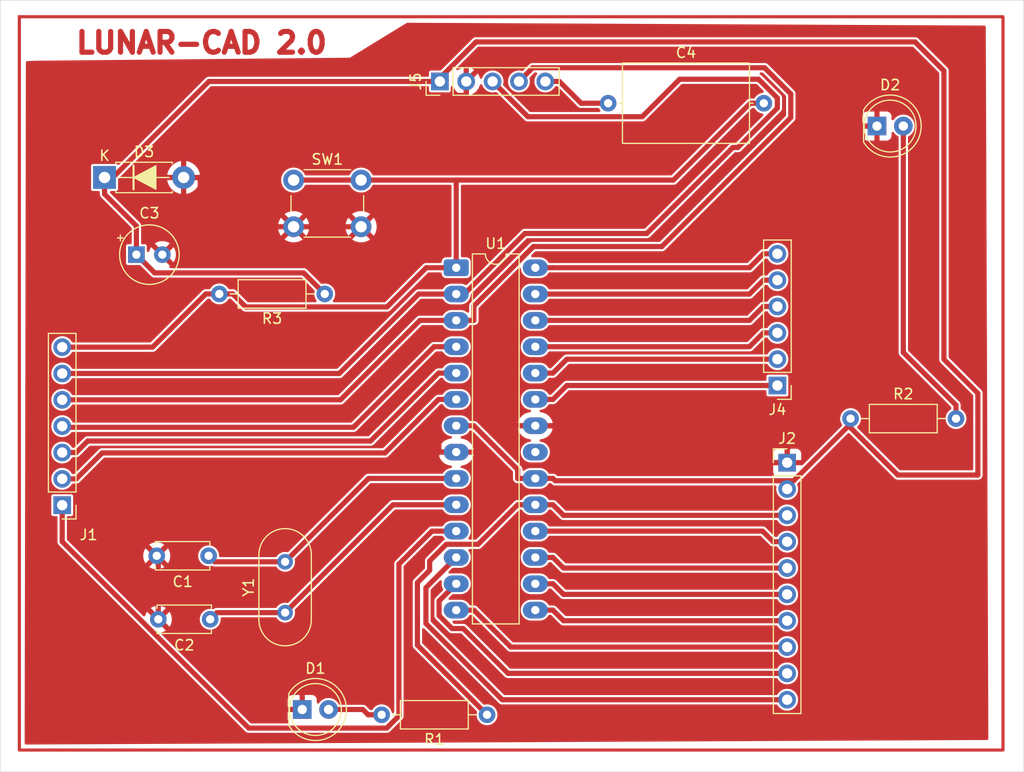
<source format=kicad_pcb>
(kicad_pcb (version 20241229) (generator "pcbnew") (generator_version "9.0")
  (layers (0 "F.Cu" signal) (2 "B.Cu" signal) (13 "F.Paste" user) (15 "B.Paste" user) (5 "F.SilkS" user "F.Silkscreen") (7 "B.SilkS" user "B.Silkscreen") (1 "F.Mask" user) (3 "B.Mask" user) (25 "Edge.Cuts" user))
  (net 0 "")
  (net 1 "Net-(C1-+)")
  (net 2 "GND")
  (net 3 "Net-(C2-+)")
  (net 4 "+5V")
  (net 5 "RTS")
  (net 6 "reset")
  (net 7 "Net-(R1--)")
  (net 8 "Net-(R2--)")
  (net 9 "Net-(U1-4)")
  (net 10 "Net-(U1-5{slash}PWM)")
  (net 11 "Net-(U1-2)")
  (net 12 "Net-(U1-3{slash}PWM)")
  (net 13 "TX")
  (net 14 "RX")
  (net 15 "Net-(U1-12)")
  (net 16 "Net-(U1-6{slash}PWM)")
  (net 17 "Net-(U1-9{slash}PWM)")
  (net 18 "Net-(U1-8)")
  (net 19 "Net-(U1-10{slash}PWM)")
  (net 20 "Net-(U1-7)")
  (net 21 "Net-(U1-11{slash}PWM)")
  (net 22 "Net-(R1-+)")
  (net 23 "Net-(U1-A0)")
  (net 24 "Net-(U1-A2)")
  (net 25 "Net-(U1-SDA{slash}A4)")
  (net 26 "Net-(U1-A1)")
  (net 27 "Net-(U1-A3)")
  (net 28 "Net-(U1-SCL{slash}A5)")
  (footprint "Button_Switch_THT:SW_PUSH_6mm" (layer "F.Cu") (at 136.54 73.47)
    (property "Reference" "SW1" (at 3.25 -2 0) (layer "F.SilkS"))
    (property "Value" "Push_Button")
    (fp_line (start -0.25 1.5) (end -0.25 3) (stroke (width 0.12)) (layer "F.SilkS"))
    (fp_line (start 1 5.5) (end 5.5 5.5) (stroke (width 0.12)) (layer "F.SilkS"))
    (fp_line (start 5.5 -1) (end 1 -1) (stroke (width 0.12)) (layer "F.SilkS"))
    (fp_line (start 6.75 3) (end 6.75 1.5) (stroke (width 0.12)) (layer "F.SilkS"))
    (pad "1" thru_hole circle (at 0 0 90) (size 2 2) (drill 1.1) (layers "*.Cu" "*.Mask") (net 6 "reset"))
    (pad "1" thru_hole circle (at 6.5 0 90) (size 2 2) (drill 1.1) (layers "*.Cu" "*.Mask") (net 6 "reset"))
    (pad "2" thru_hole circle (at 0 4.5 90) (size 2 2) (drill 1.1) (layers "*.Cu" "*.Mask") (net 2 "GND"))
    (pad "2" thru_hole circle (at 6.5 4.5 90) (size 2 2) (drill 1.1) (layers "*.Cu" "*.Mask") (net 2 "GND"))
  )
  (footprint "Package_DIP:DIP-28_W7.62mm_LongPads" (layer "F.Cu") (at 152.21 81.92)
    (property "Reference" "U1" (at 3.81 -2.33 0) (layer "F.SilkS"))
    (property "Value" "Atmega328p-Arduino")
    (fp_line (start 1.56 -1.33) (end 1.56 34.35) (stroke (width 0.12)) (layer "F.SilkS"))
    (fp_line (start 1.56 34.35) (end 6.06 34.35) (stroke (width 0.12)) (layer "F.SilkS"))
    (fp_line (start 2.81 -1.33) (end 1.56 -1.33) (stroke (width 0.12)) (layer "F.SilkS"))
    (fp_line (start 6.06 -1.33) (end 4.81 -1.33) (stroke (width 0.12)) (layer "F.SilkS"))
    (fp_line (start 6.06 34.35) (end 6.06 -1.33) (stroke (width 0.12)) (layer "F.SilkS"))
    (fp_arc (start 4.81 -1.33) (mid 3.81 -0.33) (end 2.81 -1.33) (stroke (width 0.12)) (layer "F.SilkS"))
    (pad "1" thru_hole roundrect (at 0 0) (size 2.4 1.6) (drill 0.8) (layers "*.Cu" "*.Mask") (roundrect_rratio 0.15625) (net 6 "reset"))
    (pad "2" thru_hole oval (at 0 2.54) (size 2.4 1.6) (drill 0.8) (layers "*.Cu" "*.Mask") (net 13 "TX"))
    (pad "3" thru_hole oval (at 0 5.08) (size 2.4 1.6) (drill 0.8) (layers "*.Cu" "*.Mask") (net 14 "RX"))
    (pad "4" thru_hole oval (at 0 7.62) (size 2.4 1.6) (drill 0.8) (layers "*.Cu" "*.Mask") (net 11 "Net-(U1-2)"))
    (pad "5" thru_hole oval (at 0 10.16) (size 2.4 1.6) (drill 0.8) (layers "*.Cu" "*.Mask") (net 12 "Net-(U1-3{slash}PWM)"))
    (pad "6" thru_hole oval (at 0 12.7) (size 2.4 1.6) (drill 0.8) (layers "*.Cu" "*.Mask") (net 9 "Net-(U1-4)"))
    (pad "7" thru_hole oval (at 0 15.24) (size 2.4 1.6) (drill 0.8) (layers "*.Cu" "*.Mask") (net 4 "+5V"))
    (pad "8" thru_hole oval (at 0 17.78) (size 2.4 1.6) (drill 0.8) (layers "*.Cu" "*.Mask") (net 2 "GND"))
    (pad "9" thru_hole oval (at 0 20.32) (size 2.4 1.6) (drill 0.8) (layers "*.Cu" "*.Mask") (net 1 "Net-(C1-+)"))
    (pad "10" thru_hole oval (at 0 22.86) (size 2.4 1.6) (drill 0.8) (layers "*.Cu" "*.Mask") (net 3 "Net-(C2-+)"))
    (pad "11" thru_hole oval (at 0 25.4) (size 2.4 1.6) (drill 0.8) (layers "*.Cu" "*.Mask") (net 10 "Net-(U1-5{slash}PWM)"))
    (pad "12" thru_hole oval (at 0 27.94) (size 2.4 1.6) (drill 0.8) (layers "*.Cu" "*.Mask") (net 16 "Net-(U1-6{slash}PWM)"))
    (pad "13" thru_hole oval (at 0 30.48) (size 2.4 1.6) (drill 0.8) (layers "*.Cu" "*.Mask") (net 20 "Net-(U1-7)"))
    (pad "14" thru_hole oval (at 0 33.02) (size 2.4 1.6) (drill 0.8) (layers "*.Cu" "*.Mask") (net 18 "Net-(U1-8)"))
    (pad "15" thru_hole oval (at 7.62 33.02) (size 2.4 1.6) (drill 0.8) (layers "*.Cu" "*.Mask") (net 17 "Net-(U1-9{slash}PWM)"))
    (pad "16" thru_hole oval (at 7.62 30.48) (size 2.4 1.6) (drill 0.8) (layers "*.Cu" "*.Mask") (net 19 "Net-(U1-10{slash}PWM)"))
    (pad "17" thru_hole oval (at 7.62 27.94) (size 2.4 1.6) (drill 0.8) (layers "*.Cu" "*.Mask") (net 21 "Net-(U1-11{slash}PWM)"))
    (pad "18" thru_hole oval (at 7.62 25.4) (size 2.4 1.6) (drill 0.8) (layers "*.Cu" "*.Mask") (net 15 "Net-(U1-12)"))
    (pad "19" thru_hole oval (at 7.62 22.86) (size 2.4 1.6) (drill 0.8) (layers "*.Cu" "*.Mask") (net 22 "Net-(R1-+)"))
    (pad "20" thru_hole oval (at 7.62 20.32) (size 2.4 1.6) (drill 0.8) (layers "*.Cu" "*.Mask") (net 4 "+5V"))
    (pad "21" thru_hole oval (at 7.62 17.78) (size 2.4 1.6) (drill 0.8) (layers "*.Cu" "*.Mask"))
    (pad "22" thru_hole oval (at 7.62 15.24) (size 2.4 1.6) (drill 0.8) (layers "*.Cu" "*.Mask") (net 2 "GND"))
    (pad "23" thru_hole oval (at 7.62 12.7) (size 2.4 1.6) (drill 0.8) (layers "*.Cu" "*.Mask") (net 23 "Net-(U1-A0)"))
    (pad "24" thru_hole oval (at 7.62 10.16) (size 2.4 1.6) (drill 0.8) (layers "*.Cu" "*.Mask") (net 26 "Net-(U1-A1)"))
    (pad "25" thru_hole oval (at 7.62 7.62) (size 2.4 1.6) (drill 0.8) (layers "*.Cu" "*.Mask") (net 24 "Net-(U1-A2)"))
    (pad "26" thru_hole oval (at 7.62 5.08) (size 2.4 1.6) (drill 0.8) (layers "*.Cu" "*.Mask") (net 27 "Net-(U1-A3)"))
    (pad "27" thru_hole oval (at 7.62 2.54) (size 2.4 1.6) (drill 0.8) (layers "*.Cu" "*.Mask") (net 25 "Net-(U1-SDA{slash}A4)"))
    (pad "28" thru_hole oval (at 7.62 0) (size 2.4 1.6) (drill 0.8) (layers "*.Cu" "*.Mask") (net 28 "Net-(U1-SCL{slash}A5)"))
  )
  (footprint "Resistor_THT:R_Axial_DIN0207_L6.3mm_D2.5mm_P10.16mm_Horizontal" (layer "F.Cu") (at 139.54 84.45 180)
    (property "Reference" "R3" (at 5.08 -2.37 0) (layer "F.SilkS"))
    (property "Value" "10k")
    (fp_line (start 9.12 0) (end 8.35 0) (stroke (width 0.12)) (layer "F.SilkS"))
    (fp_line (start 8.35 1.37) (end 8.35 -1.37) (stroke (width 0.12)) (layer "F.SilkS"))
    (fp_line (start 8.35 -1.37) (end 1.81 -1.37) (stroke (width 0.12)) (layer "F.SilkS"))
    (fp_line (start 1.81 1.37) (end 8.35 1.37) (stroke (width 0.12)) (layer "F.SilkS"))
    (fp_line (start 1.81 -1.37) (end 1.81 1.37) (stroke (width 0.12)) (layer "F.SilkS"))
    (fp_line (start 1.04 0) (end 1.81 0) (stroke (width 0.12)) (layer "F.SilkS"))
    (pad "1" thru_hole circle (at 0 0 180) (size 1.6 1.6) (drill 0.8) (layers "*.Cu" "*.Mask") (net 4 "+5V"))
    (pad "2" thru_hole oval (at 10.16 0 180) (size 1.6 1.6) (drill 0.8) (layers "*.Cu" "*.Mask") (net 6 "reset"))
  )
  (footprint "Connector_PinHeader_2.54mm:PinHeader_1x05_P2.54mm_Vertical" (layer "F.Cu") (at 150.635 63.96 90)
    (property "Reference" "J5" (at 0 -2.33 90) (layer "F.SilkS"))
    (property "Value" "PINHD_1x5_Male")
    (fp_line (start -1.33 -1.33) (end 0 -1.33) (stroke (width 0.12)) (layer "F.SilkS"))
    (fp_line (start -1.33 0) (end -1.33 -1.33) (stroke (width 0.12)) (layer "F.SilkS"))
    (fp_line (start 1.33 1.27) (end 1.33 11.49) (stroke (width 0.12)) (layer "F.SilkS"))
    (fp_line (start -1.33 1.27) (end 1.33 1.27) (stroke (width 0.12)) (layer "F.SilkS"))
    (fp_line (start -1.33 1.27) (end -1.33 11.49) (stroke (width 0.12)) (layer "F.SilkS"))
    (fp_line (start -1.33 11.49) (end 1.33 11.49) (stroke (width 0.12)) (layer "F.SilkS"))
    (pad "1" thru_hole rect (at 0 0 90) (size 1.7 1.7) (drill 1) (layers "*.Cu" "*.Mask") (net 4 "+5V"))
    (pad "2" thru_hole oval (at 0 2.54 90) (size 1.7 1.7) (drill 1) (layers "*.Cu" "*.Mask") (net 2 "GND"))
    (pad "3" thru_hole oval (at 0 5.08 90) (size 1.7 1.7) (drill 1) (layers "*.Cu" "*.Mask") (net 13 "TX"))
    (pad "4" thru_hole oval (at 0 7.62 90) (size 1.7 1.7) (drill 1) (layers "*.Cu" "*.Mask") (net 14 "RX"))
    (pad "5" thru_hole oval (at 0 10.16 90) (size 1.7 1.7) (drill 1) (layers "*.Cu" "*.Mask") (net 5 "RTS"))
  )
  (footprint "Capacitor_THT:C_Disc_D5.0mm_W2.5mm_P5.00mm" (layer "F.Cu") (at 128.5 115.82 180)
    (property "Reference" "C2" (at 2.5 -2.5 0) (layer "F.SilkS"))
    (property "Value" "22pf")
    (fp_line (start 5.12 1.055) (end 5.12 1.37) (stroke (width 0.12)) (layer "F.SilkS"))
    (fp_line (start 5.12 -1.37) (end 5.12 -1.055) (stroke (width 0.12)) (layer "F.SilkS"))
    (fp_line (start -0.12 1.37) (end 5.12 1.37) (stroke (width 0.12)) (layer "F.SilkS"))
    (fp_line (start -0.12 1.055) (end -0.12 1.37) (stroke (width 0.12)) (layer "F.SilkS"))
    (fp_line (start -0.12 -1.37) (end 5.12 -1.37) (stroke (width 0.12)) (layer "F.SilkS"))
    (fp_line (start -0.12 -1.37) (end -0.12 -1.055) (stroke (width 0.12)) (layer "F.SilkS"))
    (pad "1" thru_hole circle (at 0 0 180) (size 1.6 1.6) (drill 0.8) (layers "*.Cu" "*.Mask") (net 3 "Net-(C2-+)"))
    (pad "2" thru_hole circle (at 5 0 180) (size 1.6 1.6) (drill 0.8) (layers "*.Cu" "*.Mask") (net 2 "GND"))
  )
  (footprint "Capacitor_THT:CP_Radial_Tantal_D5.5mm_P2.50mm" (layer "F.Cu") (at 121.39 80.66)
    (property "Reference" "C3" (at 1.25 -4 0) (layer "F.SilkS"))
    (property "Value" "100uf 16v")
    (fp_line (start -1.822262 -1.615) (end -1.272262 -1.615) (stroke (width 0.12)) (layer "F.SilkS"))
    (fp_line (start -1.547262 -1.89) (end -1.547262 -1.34) (stroke (width 0.12)) (layer "F.SilkS"))
    (fp_circle (center 1.25 0) (end 4.12 0) (stroke (width 0.12)) (fill no) (layer "F.SilkS"))
    (pad "1" thru_hole rect (at 0 0) (size 1.6 1.6) (drill 0.8) (layers "*.Cu" "*.Mask") (net 4 "+5V"))
    (pad "2" thru_hole circle (at 2.5 0) (size 1.6 1.6) (drill 0.8) (layers "*.Cu" "*.Mask") (net 2 "GND"))
  )
  (footprint "Connector_PinHeader_2.54mm:PinHeader_1x07_P2.54mm_Vertical" (layer "F.Cu") (at 114.24 104.82 180)
    (property "Reference" "J1" (at -2.54 -2.86 0) (layer "F.SilkS"))
    (property "Value" "PINHD_1x7_Male")
    (fp_line (start 1.33 1.27) (end 1.33 16.57) (stroke (width 0.12)) (layer "F.SilkS"))
    (fp_line (start -1.33 16.57) (end 1.33 16.57) (stroke (width 0.12)) (layer "F.SilkS"))
    (fp_line (start -1.33 1.27) (end 1.33 1.27) (stroke (width 0.12)) (layer "F.SilkS"))
    (fp_line (start -1.33 1.27) (end -1.33 16.57) (stroke (width 0.12)) (layer "F.SilkS"))
    (fp_line (start -1.33 0) (end -1.33 -1.33) (stroke (width 0.12)) (layer "F.SilkS"))
    (fp_line (start -1.33 -1.33) (end 0 -1.33) (stroke (width 0.12)) (layer "F.SilkS"))
    (pad "1" thru_hole rect (at 0 0 180) (size 1.7 1.7) (drill 1) (layers "*.Cu" "*.Mask") (net 10 "Net-(U1-5{slash}PWM)"))
    (pad "2" thru_hole oval (at 0 2.54 180) (size 1.7 1.7) (drill 1) (layers "*.Cu" "*.Mask") (net 9 "Net-(U1-4)"))
    (pad "3" thru_hole oval (at 0 5.08 180) (size 1.7 1.7) (drill 1) (layers "*.Cu" "*.Mask") (net 12 "Net-(U1-3{slash}PWM)"))
    (pad "4" thru_hole oval (at 0 7.62 180) (size 1.7 1.7) (drill 1) (layers "*.Cu" "*.Mask") (net 11 "Net-(U1-2)"))
    (pad "5" thru_hole oval (at 0 10.16 180) (size 1.7 1.7) (drill 1) (layers "*.Cu" "*.Mask") (net 14 "RX"))
    (pad "6" thru_hole oval (at 0 12.7 180) (size 1.7 1.7) (drill 1) (layers "*.Cu" "*.Mask") (net 13 "TX"))
    (pad "7" thru_hole oval (at 0 15.24 180) (size 1.7 1.7) (drill 1) (layers "*.Cu" "*.Mask") (net 6 "reset"))
  )
  (footprint "LED_THT:LED_D5.0mm" (layer "F.Cu") (at 137.37 124.52)
    (property "Reference" "D1" (at 1.27 -3.96 0) (layer "F.SilkS"))
    (property "Value" "LED")
    (fp_line (start -1.29 -1.545) (end -1.29 1.545) (stroke (width 0.12)) (layer "F.SilkS"))
    (fp_arc (start -1.29 -1.54483) (mid 2.071756 -2.880501) (end 4.26 -0.000048) (stroke (width 0.12)) (layer "F.SilkS"))
    (fp_arc (start 4.26 0.000048) (mid 2.071756 2.880501) (end -1.29 1.54483) (stroke (width 0.12)) (layer "F.SilkS"))
    (fp_circle (center 1.27 0) (end 3.77 0) (stroke (width 0.12)) (fill no) (layer "F.SilkS"))
    (pad "1" thru_hole rect (at 0 0) (size 1.8 1.8) (drill 0.9) (layers "*.Cu" "*.Mask") (net 2 "GND"))
    (pad "2" thru_hole circle (at 2.54 0) (size 1.8 1.8) (drill 0.9) (layers "*.Cu" "*.Mask") (net 7 "Net-(R1--)"))
  )
  (footprint "Capacitor_THT:C_Axial_L12.0mm_D7.5mm_P15.00mm_Horizontal" (layer "F.Cu") (at 166.85 66.06)
    (property "Reference" "C4" (at 7.5 -4.87 0) (layer "F.SilkS"))
    (property "Value" "104J 16v")
    (fp_line (start 1.04 0) (end 1.38 0) (stroke (width 0.12)) (layer "F.SilkS"))
    (fp_line (start 1.38 -3.87) (end 1.38 3.87) (stroke (width 0.12)) (layer "F.SilkS"))
    (fp_line (start 1.38 3.87) (end 13.62 3.87) (stroke (width 0.12)) (layer "F.SilkS"))
    (fp_line (start 13.62 -3.87) (end 1.38 -3.87) (stroke (width 0.12)) (layer "F.SilkS"))
    (fp_line (start 13.62 3.87) (end 13.62 -3.87) (stroke (width 0.12)) (layer "F.SilkS"))
    (fp_line (start 13.96 0) (end 13.62 0) (stroke (width 0.12)) (layer "F.SilkS"))
    (pad "1" thru_hole circle (at 0 0) (size 1.6 1.6) (drill 0.8) (layers "*.Cu" "*.Mask") (net 5 "RTS"))
    (pad "2" thru_hole oval (at 15 0) (size 1.6 1.6) (drill 0.8) (layers "*.Cu" "*.Mask") (net 6 "reset"))
  )
  (footprint "Connector_PinHeader_2.54mm:PinHeader_1x06_P2.54mm_Vertical" (layer "F.Cu") (at 183.16 93.28 180)
    (property "Reference" "J4" (at 0 -2.33 0) (layer "F.SilkS"))
    (property "Value" "PINHD_1x6_Male")
    (fp_line (start 1.33 1.27) (end 1.33 14.03) (stroke (width 0.12)) (layer "F.SilkS"))
    (fp_line (start -1.33 14.03) (end 1.33 14.03) (stroke (width 0.12)) (layer "F.SilkS"))
    (fp_line (start -1.33 1.27) (end 1.33 1.27) (stroke (width 0.12)) (layer "F.SilkS"))
    (fp_line (start -1.33 1.27) (end -1.33 14.03) (stroke (width 0.12)) (layer "F.SilkS"))
    (fp_line (start -1.33 0) (end -1.33 -1.33) (stroke (width 0.12)) (layer "F.SilkS"))
    (fp_line (start -1.33 -1.33) (end 0 -1.33) (stroke (width 0.12)) (layer "F.SilkS"))
    (pad "1" thru_hole rect (at 0 0 180) (size 1.7 1.7) (drill 1) (layers "*.Cu" "*.Mask") (net 23 "Net-(U1-A0)"))
    (pad "2" thru_hole oval (at 0 2.54 180) (size 1.7 1.7) (drill 1) (layers "*.Cu" "*.Mask") (net 26 "Net-(U1-A1)"))
    (pad "3" thru_hole oval (at 0 5.08 180) (size 1.7 1.7) (drill 1) (layers "*.Cu" "*.Mask") (net 24 "Net-(U1-A2)"))
    (pad "4" thru_hole oval (at 0 7.62 180) (size 1.7 1.7) (drill 1) (layers "*.Cu" "*.Mask") (net 27 "Net-(U1-A3)"))
    (pad "5" thru_hole oval (at 0 10.16 180) (size 1.7 1.7) (drill 1) (layers "*.Cu" "*.Mask") (net 25 "Net-(U1-SDA{slash}A4)"))
    (pad "6" thru_hole oval (at 0 12.7 180) (size 1.7 1.7) (drill 1) (layers "*.Cu" "*.Mask") (net 28 "Net-(U1-SCL{slash}A5)"))
  )
  (footprint "Connector_PinHeader_2.54mm:PinHeader_1x10_P2.54mm_Vertical" (layer "F.Cu") (at 184.1 100.72)
    (property "Reference" "J2" (at 0 -2.33 0) (layer "F.SilkS"))
    (property "Value" "PINHD_1x10_Male")
    (fp_line (start -1.33 -1.33) (end 0 -1.33) (stroke (width 0.12)) (layer "F.SilkS"))
    (fp_line (start -1.33 0) (end -1.33 -1.33) (stroke (width 0.12)) (layer "F.SilkS"))
    (fp_line (start -1.33 1.27) (end -1.33 24.19) (stroke (width 0.12)) (layer "F.SilkS"))
    (fp_line (start -1.33 1.27) (end 1.33 1.27) (stroke (width 0.12)) (layer "F.SilkS"))
    (fp_line (start -1.33 24.19) (end 1.33 24.19) (stroke (width 0.12)) (layer "F.SilkS"))
    (fp_line (start 1.33 1.27) (end 1.33 24.19) (stroke (width 0.12)) (layer "F.SilkS"))
    (pad "1" thru_hole rect (at 0 0) (size 1.7 1.7) (drill 1) (layers "*.Cu" "*.Mask") (net 2 "GND"))
    (pad "2" thru_hole oval (at 0 2.54) (size 1.7 1.7) (drill 1) (layers "*.Cu" "*.Mask") (net 4 "+5V"))
    (pad "3" thru_hole oval (at 0 5.08) (size 1.7 1.7) (drill 1) (layers "*.Cu" "*.Mask") (net 22 "Net-(R1-+)"))
    (pad "4" thru_hole oval (at 0 7.62) (size 1.7 1.7) (drill 1) (layers "*.Cu" "*.Mask") (net 15 "Net-(U1-12)"))
    (pad "5" thru_hole oval (at 0 10.16) (size 1.7 1.7) (drill 1) (layers "*.Cu" "*.Mask") (net 21 "Net-(U1-11{slash}PWM)"))
    (pad "6" thru_hole oval (at 0 12.7) (size 1.7 1.7) (drill 1) (layers "*.Cu" "*.Mask") (net 19 "Net-(U1-10{slash}PWM)"))
    (pad "7" thru_hole oval (at 0 15.24) (size 1.7 1.7) (drill 1) (layers "*.Cu" "*.Mask") (net 17 "Net-(U1-9{slash}PWM)"))
    (pad "8" thru_hole oval (at 0 17.78) (size 1.7 1.7) (drill 1) (layers "*.Cu" "*.Mask") (net 18 "Net-(U1-8)"))
    (pad "9" thru_hole oval (at 0 20.32) (size 1.7 1.7) (drill 1) (layers "*.Cu" "*.Mask") (net 20 "Net-(U1-7)"))
    (pad "10" thru_hole oval (at 0 22.86) (size 1.7 1.7) (drill 1) (layers "*.Cu" "*.Mask") (net 16 "Net-(U1-6{slash}PWM)"))
  )
  (footprint "PCM_Diode_THT_AKL:D_DO-41_SOD81_P7.62mm_Horizontal" (layer "F.Cu") (at 118.32 73.22)
    (property "Reference" "D3" (at 3.81 -2.47 0) (layer "F.SilkS"))
    (property "Value" "1N4007" (hide yes))
    (fp_line (start 1.09 -1.47) (end 6.53 -1.47) (stroke (width 0.12)) (layer "F.SilkS"))
    (fp_line (start 1.09 -1.34) (end 1.09 -1.47) (stroke (width 0.12)) (layer "F.SilkS"))
    (fp_line (start 1.09 1.34) (end 1.09 1.47) (stroke (width 0.12)) (layer "F.SilkS"))
    (fp_line (start 1.09 1.47) (end 6.53 1.47) (stroke (width 0.12)) (layer "F.SilkS"))
    (fp_line (start 2.794 -1.143) (end 2.794 1.143) (stroke (width 0.2)) (layer "F.SilkS"))
    (fp_line (start 2.794 0) (end 1.397 0) (stroke (width 0.12)) (layer "F.SilkS"))
    (fp_line (start 4.953 0) (end 6.223 0) (stroke (width 0.12)) (layer "F.SilkS"))
    (fp_line (start 6.53 -1.47) (end 6.53 -1.34) (stroke (width 0.12)) (layer "F.SilkS"))
    (fp_line (start 6.53 1.47) (end 6.53 1.34) (stroke (width 0.12)) (layer "F.SilkS"))
    (fp_poly (pts (xy 4.953 1.143) (xy 2.794 0) (xy 4.953 -1.143)) (stroke (width 0.1)) (fill yes) (layer "F.SilkS"))
    (fp_text user "K" (at 0 -2.1 0) (layer "F.SilkS"))
    (pad "1" thru_hole rect (at 0 0) (size 2.2 2.2) (drill 1.1) (layers "*.Cu" "*.Mask") (net 4 "+5V"))
    (pad "2" thru_hole oval (at 7.62 0) (size 2.2 2.2) (drill 1.1) (layers "*.Cu" "*.Mask") (net 2 "GND"))
  )
  (footprint "Resistor_THT:R_Axial_DIN0207_L6.3mm_D2.5mm_P10.16mm_Horizontal" (layer "F.Cu") (at 155.18 125.03 180)
    (property "Reference" "R1" (at 5.08 -2.37 0) (layer "F.SilkS"))
    (property "Value" "10k")
    (fp_line (start 9.12 0) (end 8.35 0) (stroke (width 0.12)) (layer "F.SilkS"))
    (fp_line (start 8.35 1.37) (end 8.35 -1.37) (stroke (width 0.12)) (layer "F.SilkS"))
    (fp_line (start 8.35 -1.37) (end 1.81 -1.37) (stroke (width 0.12)) (layer "F.SilkS"))
    (fp_line (start 1.81 1.37) (end 8.35 1.37) (stroke (width 0.12)) (layer "F.SilkS"))
    (fp_line (start 1.81 -1.37) (end 1.81 1.37) (stroke (width 0.12)) (layer "F.SilkS"))
    (fp_line (start 1.04 0) (end 1.81 0) (stroke (width 0.12)) (layer "F.SilkS"))
    (pad "1" thru_hole circle (at 0 0 180) (size 1.6 1.6) (drill 0.8) (layers "*.Cu" "*.Mask") (net 22 "Net-(R1-+)"))
    (pad "2" thru_hole oval (at 10.16 0 180) (size 1.6 1.6) (drill 0.8) (layers "*.Cu" "*.Mask") (net 7 "Net-(R1--)"))
  )
  (footprint "LED_THT:LED_D5.0mm" (layer "F.Cu") (at 192.755 68.26)
    (property "Reference" "D2" (at 1.27 -3.96 0) (layer "F.SilkS"))
    (property "Value" "LED")
    (fp_line (start -1.29 -1.545) (end -1.29 1.545) (stroke (width 0.12)) (layer "F.SilkS"))
    (fp_arc (start -1.29 -1.54483) (mid 2.071756 -2.880501) (end 4.26 -0.000048) (stroke (width 0.12)) (layer "F.SilkS"))
    (fp_arc (start 4.26 0.000048) (mid 2.071756 2.880501) (end -1.29 1.54483) (stroke (width 0.12)) (layer "F.SilkS"))
    (fp_circle (center 1.27 0) (end 3.77 0) (stroke (width 0.12)) (fill no) (layer "F.SilkS"))
    (pad "1" thru_hole rect (at 0 0) (size 1.8 1.8) (drill 0.9) (layers "*.Cu" "*.Mask") (net 2 "GND"))
    (pad "2" thru_hole circle (at 2.54 0) (size 1.8 1.8) (drill 0.9) (layers "*.Cu" "*.Mask") (net 8 "Net-(R2--)"))
  )
  (footprint "Crystal:Crystal_HC18-U_Vertical" (layer "F.Cu") (at 135.72 115.18 90)
    (property "Reference" "Y1" (at 2.45 -3.525 90) (layer "F.SilkS"))
    (property "Value" "Crystal_16MHz")
    (fp_line (start -0.675 -2.525) (end 5.575 -2.525) (stroke (width 0.12)) (layer "F.SilkS"))
    (fp_line (start -0.675 2.525) (end 5.575 2.525) (stroke (width 0.12)) (layer "F.SilkS"))
    (fp_arc (start 5.575 -2.525) (mid 8.1 0) (end 5.575 2.525) (stroke (width 0.12)) (layer "F.SilkS"))
    (fp_arc (start -0.675 2.525) (mid -3.2 0) (end -0.675 -2.525) (stroke (width 0.12)) (layer "F.SilkS"))
    (pad "1" thru_hole circle (at 0 0 90) (size 1.5 1.5) (drill 0.8) (layers "*.Cu" "*.Mask") (net 3 "Net-(C2-+)"))
    (pad "2" thru_hole circle (at 4.9 0 90) (size 1.5 1.5) (drill 0.8) (layers "*.Cu" "*.Mask") (net 1 "Net-(C1-+)"))
  )
  (footprint "Resistor_THT:R_Axial_DIN0207_L6.3mm_D2.5mm_P10.16mm_Horizontal" (layer "F.Cu") (at 190.21 96.47)
    (property "Reference" "R2" (at 5.08 -2.37 0) (layer "F.SilkS"))
    (property "Value" "10k")
    (fp_line (start 1.04 0) (end 1.81 0) (stroke (width 0.12)) (layer "F.SilkS"))
    (fp_line (start 1.81 -1.37) (end 1.81 1.37) (stroke (width 0.12)) (layer "F.SilkS"))
    (fp_line (start 1.81 1.37) (end 8.35 1.37) (stroke (width 0.12)) (layer "F.SilkS"))
    (fp_line (start 8.35 -1.37) (end 1.81 -1.37) (stroke (width 0.12)) (layer "F.SilkS"))
    (fp_line (start 8.35 1.37) (end 8.35 -1.37) (stroke (width 0.12)) (layer "F.SilkS"))
    (fp_line (start 9.12 0) (end 8.35 0) (stroke (width 0.12)) (layer "F.SilkS"))
    (pad "1" thru_hole circle (at 0 0) (size 1.6 1.6) (drill 0.8) (layers "*.Cu" "*.Mask") (net 4 "+5V"))
    (pad "2" thru_hole oval (at 10.16 0) (size 1.6 1.6) (drill 0.8) (layers "*.Cu" "*.Mask") (net 8 "Net-(R2--)"))
  )
  (footprint "Capacitor_THT:C_Disc_D5.0mm_W2.5mm_P5.00mm" (layer "F.Cu") (at 128.35 109.7 180)
    (property "Reference" "C1" (at 2.5 -2.5 0) (layer "F.SilkS"))
    (property "Value" "22pf")
    (fp_line (start 5.12 1.055) (end 5.12 1.37) (stroke (width 0.12)) (layer "F.SilkS"))
    (fp_line (start 5.12 -1.37) (end 5.12 -1.055) (stroke (width 0.12)) (layer "F.SilkS"))
    (fp_line (start -0.12 1.37) (end 5.12 1.37) (stroke (width 0.12)) (layer "F.SilkS"))
    (fp_line (start -0.12 1.055) (end -0.12 1.37) (stroke (width 0.12)) (layer "F.SilkS"))
    (fp_line (start -0.12 -1.37) (end 5.12 -1.37) (stroke (width 0.12)) (layer "F.SilkS"))
    (fp_line (start -0.12 -1.37) (end -0.12 -1.055) (stroke (width 0.12)) (layer "F.SilkS"))
    (pad "1" thru_hole circle (at 0 0 180) (size 1.6 1.6) (drill 0.8) (layers "*.Cu" "*.Mask") (net 1 "Net-(C1-+)"))
    (pad "2" thru_hole circle (at 5 0 180) (size 1.6 1.6) (drill 0.8) (layers "*.Cu" "*.Mask") (net 2 "GND"))
  )
  (gr_rect (start 110.11 57.72) (end 204.9 128.43) (stroke (width 0.3)) (fill no) (layer "F.Cu"))
  (gr_rect (start 108.27 56.13) (end 206.9 130.51) (stroke (width 0.05)) (fill no) (layer "Edge.Cuts"))
  (gr_text "LUNAR-CAD 2.0" (at 115.34 61.41 0) (layer "F.Cu") (effects (font (size 2 2) (thickness 0.5) (bold yes)) (justify left bottom)))
  (segment (start 135.72 110.28) (end 143.76 102.24) (width 0.5) (layer "F.Cu") (net 1))
  (segment (start 143.76 102.24) (end 152.21 102.24) (width 0.5) (layer "F.Cu") (net 1))
  (segment (start 135.72 110.28) (end 128.93 110.28) (width 0.5) (layer "F.Cu") (net 1))
  (segment (start 128.93 110.28) (end 128.35 109.7) (width 0.5) (layer "F.Cu") (net 1))
  (segment (start 150.5383 96.6117) (end 151.2599 95.8901) (width 0.5) (layer "F.Cu") (net 2))
  (segment (start 192.755 68.26) (end 191.355 68.26) (width 0.5) (layer "F.Cu") (net 2))
  (segment (start 153.175 63.96) (end 153.175 65.31) (width 0.5) (layer "F.Cu") (net 2))
  (segment (start 159.83 97.16) (end 158.13 97.16) (width 0.5) (layer "F.Cu") (net 2))
  (segment (start 127.54 77.97) (end 127.54 73.22) (width 0.5) (layer "F.Cu") (net 2))
  (segment (start 123.35 109.7) (end 123.5 109.85) (width 0.5) (layer "F.Cu") (net 2))
  (segment (start 160.68 97.16) (end 161.53 97.16) (width 0.5) (layer "F.Cu") (net 2))
  (segment (start 151.2599 95.8901) (end 156.8601 95.8901) (width 0.5) (layer "F.Cu") (net 2))
  (segment (start 125.94 73.22) (end 127.54 73.22) (width 0.5) (layer "F.Cu") (net 2))
  (segment (start 127.54 73.22) (end 135.45 65.31) (width 0.5) (layer "F.Cu") (net 2))
  (segment (start 123.5 109.85) (end 123.5 115.82) (width 0.5) (layer "F.Cu") (net 2))
  (segment (start 155.675 61.46) (end 153.175 63.96) (width 0.5) (layer "F.Cu") (net 2))
  (segment (start 184.555 61.46) (end 155.675 61.46) (width 0.5) (layer "F.Cu") (net 2))
  (segment (start 136.54 77.97) (end 143.04 77.97) (width 0.5) (layer "F.Cu") (net 2))
  (segment (start 165.09 100.72) (end 161.53 97.16) (width 0.5) (layer "F.Cu") (net 2))
  (segment (start 132.13 100.92) (end 149.3183 100.92) (width 0.5) (layer "F.Cu") (net 2))
  (segment (start 137.37 124.52) (end 132.2 124.52) (width 0.5) (layer "F.Cu") (net 2))
  (segment (start 126.58 77.97) (end 123.89 80.66) (width 0.5) (layer "F.Cu") (net 2))
  (segment (start 191.355 68.26) (end 184.555 61.46) (width 0.5) (layer "F.Cu") (net 2))
  (segment (start 136.54 77.97) (end 127.54 77.97) (width 0.5) (layer "F.Cu") (net 2))
  (segment (start 135.45 65.31) (end 153.175 65.31) (width 0.5) (layer "F.Cu") (net 2))
  (segment (start 184.1 99.37) (end 191.355 92.115) (width 0.5) (layer "F.Cu") (net 2))
  (segment (start 160.68 97.16) (end 159.83 97.16) (width 0.5) (layer "F.Cu") (net 2))
  (segment (start 123.35 109.7) (end 132.13 100.92) (width 0.5) (layer "F.Cu") (net 2))
  (segment (start 149.3183 100.92) (end 150.5383 99.7) (width 0.5) (layer "F.Cu") (net 2))
  (segment (start 184.1 100.72) (end 184.1 99.37) (width 0.5) (layer "F.Cu") (net 2))
  (segment (start 184.1 100.72) (end 165.09 100.72) (width 0.5) (layer "F.Cu") (net 2))
  (segment (start 132.2 124.52) (end 123.5 115.82) (width 0.5) (layer "F.Cu") (net 2))
  (segment (start 191.355 92.115) (end 191.355 68.26) (width 0.5) (layer "F.Cu") (net 2))
  (segment (start 127.54 77.97) (end 126.58 77.97) (width 0.5) (layer "F.Cu") (net 2))
  (segment (start 150.5383 99.7) (end 150.5383 96.6117) (width 0.5) (layer "F.Cu") (net 2))
  (segment (start 156.8601 95.8901) (end 158.13 97.16) (width 0.5) (layer "F.Cu") (net 2))
  (segment (start 150.5383 99.7) (end 152.21 99.7) (width 0.5) (layer "F.Cu") (net 2))
  (segment (start 129.14 115.18) (end 128.5 115.82) (width 0.5) (layer "F.Cu") (net 3))
  (segment (start 135.72 115.18) (end 146.12 104.78) (width 0.5) (layer "F.Cu") (net 3))
  (segment (start 135.72 115.18) (end 129.14 115.18) (width 0.5) (layer "F.Cu") (net 3))
  (segment (start 146.12 104.78) (end 152.21 104.78) (width 0.5) (layer "F.Cu") (net 3))
  (segment (start 190.21 96.47) (end 190.21 96.98) (width 0.5) (layer "F.Cu") (net 4))
  (segment (start 160.2636 102.24) (end 159.83 102.24) (width 0.5) (layer "F.Cu") (net 4))
  (segment (start 199.21 90.76) (end 202.48 94.03) (width 0.5) (layer "F.Cu") (net 4))
  (segment (start 118.32 74.02) (end 128.38 63.96) (width 0.5) (layer "F.Cu") (net 4))
  (segment (start 202.48 94.03) (end 202.48 101.91) (width 0.5) (layer "F.Cu") (net 4))
  (segment (start 118.32 74.82) (end 121.39 77.89) (width 0.5) (layer "F.Cu") (net 4))
  (segment (start 137.51 82.42) (end 123.15 82.42) (width 0.5) (layer "F.Cu") (net 4))
  (segment (start 190.21 97.35) (end 190.21 96.47) (width 0.5) (layer "F.Cu") (net 4))
  (segment (start 123.15 82.42) (end 121.39 80.66) (width 0.5) (layer "F.Cu") (net 4))
  (segment (start 152.21 97.16) (end 153.91 97.16) (width 0.5) (layer "F.Cu") (net 4))
  (segment (start 160.2636 102.24) (end 161.53 102.24) (width 0.5) (layer "F.Cu") (net 4))
  (segment (start 159.83 102.24) (end 158.98 102.24) (width 0.5) (layer "F.Cu") (net 4))
  (segment (start 184.1 102.465) (end 161.755 102.465) (width 0.5) (layer "F.Cu") (net 4))
  (segment (start 121.39 77.89) (end 121.39 80.66) (width 0.5) (layer "F.Cu") (net 4))
  (segment (start 154.12 60.15) (end 196.42 60.15) (width 0.5) (layer "F.Cu") (net 4))
  (segment (start 139.54 84.45) (end 137.51 82.42) (width 0.5) (layer "F.Cu") (net 4))
  (segment (start 150.635 63.96) (end 150.635 63.635) (width 0.5) (layer "F.Cu") (net 4))
  (segment (start 196.42 60.15) (end 199.21 62.94) (width 0.5) (layer "F.Cu") (net 4))
  (segment (start 158.2989 102.24) (end 158.13 102.24) (width 0.5) (layer "F.Cu") (net 4))
  (segment (start 184.1 102.465) (end 184.1 103.26) (width 0.5) (layer "F.Cu") (net 4))
  (segment (start 118.32 73.22) (end 118.32 74.02) (width 0.5) (layer "F.Cu") (net 4))
  (segment (start 128.38 63.96) (end 150.635 63.96) (width 0.5) (layer "F.Cu") (net 4))
  (segment (start 194.77 101.91) (end 190.21 97.35) (width 0.5) (layer "F.Cu") (net 4))
  (segment (start 150.635 63.635) (end 154.12 60.15) (width 0.5) (layer "F.Cu") (net 4))
  (segment (start 158.13 101.38) (end 158.13 102.24) (width 0.5) (layer "F.Cu") (net 4))
  (segment (start 190.21 96.98) (end 184.725 102.465) (width 0.5) (layer "F.Cu") (net 4))
  (segment (start 118.32 74.02) (end 118.32 74.82) (width 0.5) (layer "F.Cu") (net 4))
  (segment (start 161.755 102.465) (end 161.53 102.24) (width 0.5) (layer "F.Cu") (net 4))
  (segment (start 202.48 101.91) (end 194.77 101.91) (width 0.5) (layer "F.Cu") (net 4))
  (segment (start 158.98 102.24) (end 158.2989 102.24) (width 0.5) (layer "F.Cu") (net 4))
  (segment (start 184.725 102.465) (end 184.1 102.465) (width 0.5) (layer "F.Cu") (net 4))
  (segment (start 199.21 62.94) (end 199.21 90.76) (width 0.5) (layer "F.Cu") (net 4))
  (segment (start 153.91 97.16) (end 158.13 101.38) (width 0.5) (layer "F.Cu") (net 4))
  (segment (start 160.795 63.96) (end 162.145 63.96) (width 0.5) (layer "F.Cu") (net 5))
  (segment (start 166.85 66.06) (end 164.245 66.06) (width 0.5) (layer "F.Cu") (net 5))
  (segment (start 164.245 66.06) (end 162.145 63.96) (width 0.5) (layer "F.Cu") (net 5))
  (segment (start 129.38 84.45) (end 130.68 84.45) (width 0.5) (layer "F.Cu") (net 6))
  (segment (start 128.08 84.45) (end 122.95 89.58) (width 0.5) (layer "F.Cu") (net 6))
  (segment (start 145.5426 85.7034) (end 149.326 81.92) (width 0.5) (layer "F.Cu") (net 6))
  (segment (start 128.73 84.45) (end 128.08 84.45) (width 0.5) (layer "F.Cu") (net 6))
  (segment (start 173.14 73.47) (end 152.21 73.47) (width 0.5) (layer "F.Cu") (net 6))
  (segment (start 152.21 81.92) (end 152.21 73.47) (width 0.5) (layer "F.Cu") (net 6))
  (segment (start 130.68 84.45) (end 131.9334 85.7034) (width 0.5) (layer "F.Cu") (net 6))
  (segment (start 122.95 89.58) (end 114.24 89.58) (width 0.5) (layer "F.Cu") (net 6))
  (segment (start 152.21 73.47) (end 143.04 73.47) (width 0.5) (layer "F.Cu") (net 6))
  (segment (start 180.55 66.06) (end 173.14 73.47) (width 0.5) (layer "F.Cu") (net 6))
  (segment (start 149.326 81.92) (end 152.21 81.92) (width 0.5) (layer "F.Cu") (net 6))
  (segment (start 128.73 84.45) (end 129.38 84.45) (width 0.5) (layer "F.Cu") (net 6))
  (segment (start 136.54 73.47) (end 143.04 73.47) (width 0.5) (layer "F.Cu") (net 6))
  (segment (start 131.9334 85.7034) (end 145.5426 85.7034) (width 0.5) (layer "F.Cu") (net 6))
  (segment (start 181.85 66.06) (end 180.55 66.06) (width 0.5) (layer "F.Cu") (net 6))
  (segment (start 139.91 124.52) (end 143.21 124.52) (width 0.5) (layer "F.Cu") (net 7))
  (segment (start 145.02 125.03) (end 143.72 125.03) (width 0.5) (layer "F.Cu") (net 7))
  (segment (start 143.21 124.52) (end 143.72 125.03) (width 0.5) (layer "F.Cu") (net 7))
  (segment (start 200.37 96.47) (end 200.37 95.17) (width 0.5) (layer "F.Cu") (net 8))
  (segment (start 195.295 90.095) (end 200.37 95.17) (width 0.5) (layer "F.Cu") (net 8))
  (segment (start 195.295 68.26) (end 195.295 90.095) (width 0.5) (layer "F.Cu") (net 8))
  (segment (start 145.35 99.78) (end 118.09 99.78) (width 0.5) (layer "F.Cu") (net 9))
  (segment (start 150.51 94.62) (end 145.35 99.78) (width 0.5) (layer "F.Cu") (net 9))
  (segment (start 152.21 94.62) (end 150.51 94.62) (width 0.5) (layer "F.Cu") (net 9))
  (segment (start 118.09 99.78) (end 115.59 102.28) (width 0.5) (layer "F.Cu") (net 9))
  (segment (start 115.59 102.28) (end 114.24 102.28) (width 0.5) (layer "F.Cu") (net 9))
  (segment (start 146.687 125.1446) (end 145.5155 126.3161) (width 0.5) (layer "F.Cu") (net 10))
  (segment (start 145.5155 126.3161) (end 132.2158 126.3161) (width 0.5) (layer "F.Cu") (net 10))
  (segment (start 146.687 110.503) (end 146.687 125.1446) (width 0.5) (layer "F.Cu") (net 10))
  (segment (start 132.2158 126.3161) (end 114.24 108.3403) (width 0.5) (layer "F.Cu") (net 10))
  (segment (start 114.24 108.3403) (end 114.24 104.82) (width 0.5) (layer "F.Cu") (net 10))
  (segment (start 149.87 107.32) (end 146.687 110.503) (width 0.5) (layer "F.Cu") (net 10))
  (segment (start 152.21 107.32) (end 149.87 107.32) (width 0.5) (layer "F.Cu") (net 10))
  (segment (start 114.35 97.31) (end 114.24 97.2) (width 0.5) (layer "F.Cu") (net 11))
  (segment (start 142.5788 97.0319) (end 142.4107 97.2) (width 0.5) (layer "F.Cu") (net 11))
  (segment (start 150.51 89.54) (end 150.0707 89.54) (width 0.5) (layer "F.Cu") (net 11))
  (segment (start 142.3007 97.31) (end 114.35 97.31) (width 0.5) (layer "F.Cu") (net 11))
  (segment (start 142.4107 97.2) (end 142.3007 97.31) (width 0.5) (layer "F.Cu") (net 11))
  (segment (start 152.21 89.54) (end 150.51 89.54) (width 0.5) (layer "F.Cu") (net 11))
  (segment (start 150.0707 89.54) (end 142.5788 97.0319) (width 0.5) (layer "F.Cu") (net 11))
  (segment (start 142.5788 97.0319) (end 142.4107 97.2) (width 0.5) (layer "F.Cu") (net 11))
  (segment (start 152.21 92.08) (end 150.51 92.08) (width 0.5) (layer "F.Cu") (net 12))
  (segment (start 150.51 92.08) (end 143.96 98.63) (width 0.5) (layer "F.Cu") (net 12))
  (segment (start 143.96 98.63) (end 116.7 98.63) (width 0.5) (layer "F.Cu") (net 12))
  (segment (start 116.7 98.63) (end 115.59 99.74) (width 0.5) (layer "F.Cu") (net 12))
  (segment (start 115.59 99.74) (end 114.24 99.74) (width 0.5) (layer "F.Cu") (net 12))
  (segment (start 170.5698 78.62) (end 158.83 78.62) (width 0.5) (layer "F.Cu") (net 13))
  (segment (start 140.94 92.12) (end 148.6 84.46) (width 0.5) (layer "F.Cu") (net 13))
  (segment (start 173.7455 63.7457) (end 181.346 63.7457) (width 0.5) (layer "F.Cu") (net 13))
  (segment (start 183.157 66.5278) (end 179.3584 70.3264) (width 0.5) (layer "F.Cu") (net 13))
  (segment (start 152.99 84.46) (end 152.21 84.46) (width 0.5) (layer "F.Cu") (net 13))
  (segment (start 179.3584 70.3264) (end 178.8634 70.3264) (width 0.5) (layer "F.Cu") (net 13))
  (segment (start 170.1327 67.3585) (end 173.7455 63.7457) (width 0.5) (layer "F.Cu") (net 13))
  (segment (start 159.1135 67.3585) (end 170.1327 67.3585) (width 0.5) (layer "F.Cu") (net 13))
  (segment (start 178.8634 70.3264) (end 170.5698 78.62) (width 0.5) (layer "F.Cu") (net 13))
  (segment (start 155.715 63.96) (end 159.1135 67.3585) (width 0.5) (layer "F.Cu") (net 13))
  (segment (start 158.83 78.62) (end 152.99 84.46) (width 0.5) (layer "F.Cu") (net 13))
  (segment (start 181.346 63.7457) (end 183.157 65.5567) (width 0.5) (layer "F.Cu") (net 13))
  (segment (start 114.24 92.12) (end 140.94 92.12) (width 0.5) (layer "F.Cu") (net 13))
  (segment (start 183.157 65.5567) (end 183.157 66.5278) (width 0.5) (layer "F.Cu") (net 13))
  (segment (start 148.6 84.46) (end 152.21 84.46) (width 0.5) (layer "F.Cu") (net 13))
  (segment (start 153.91 85.6169) (end 159.647 79.8799) (width 0.5) (layer "F.Cu") (net 14))
  (segment (start 184.45 65.16) (end 181.9266 62.6366) (width 0.5) (layer "F.Cu") (net 14))
  (segment (start 141.0536 94.66) (end 148.7136 87) (width 0.5) (layer "F.Cu") (net 14))
  (segment (start 159.5784 62.6366) (end 158.255 63.96) (width 0.5) (layer "F.Cu") (net 14))
  (segment (start 184.45 67.45) (end 184.45 65.16) (width 0.5) (layer "F.Cu") (net 14))
  (segment (start 181.9266 62.6366) (end 159.5784 62.6366) (width 0.5) (layer "F.Cu") (net 14))
  (segment (start 172.0201 79.8799) (end 184.45 67.45) (width 0.5) (layer "F.Cu") (net 14))
  (segment (start 159.647 79.8799) (end 172.0201 79.8799) (width 0.5) (layer "F.Cu") (net 14))
  (segment (start 153.91 87) (end 153.91 85.6169) (width 0.5) (layer "F.Cu") (net 14))
  (segment (start 114.24 94.66) (end 141.0536 94.66) (width 0.5) (layer "F.Cu") (net 14))
  (segment (start 148.7136 87) (end 152.21 87) (width 0.5) (layer "F.Cu") (net 14))
  (segment (start 152.21 87) (end 153.91 87) (width 0.5) (layer "F.Cu") (net 14))
  (segment (start 181.73 107.32) (end 182.75 108.34) (width 0.5) (layer "F.Cu") (net 15))
  (segment (start 184.1 108.34) (end 182.75 108.34) (width 0.5) (layer "F.Cu") (net 15))
  (segment (start 159.83 107.32) (end 181.73 107.32) (width 0.5) (layer "F.Cu") (net 15))
  (segment (start 156.64 123.58) (end 149.29 116.23) (width 0.5) (layer "F.Cu") (net 16))
  (segment (start 149.29 116.23) (end 149.29 112.78) (width 0.5) (layer "F.Cu") (net 16))
  (segment (start 184.1 123.58) (end 156.64 123.58) (width 0.5) (layer "F.Cu") (net 16))
  (segment (start 149.29 112.78) (end 152.21 109.86) (width 0.5) (layer "F.Cu") (net 16))
  (segment (start 184.1 115.96) (end 162.55 115.96) (width 0.5) (layer "F.Cu") (net 17))
  (segment (start 159.83 114.94) (end 161.53 114.94) (width 0.5) (layer "F.Cu") (net 17))
  (segment (start 162.55 115.96) (end 161.53 114.94) (width 0.5) (layer "F.Cu") (net 17))
  (segment (start 152.21 114.94) (end 153.91 114.94) (width 0.5) (layer "F.Cu") (net 18))
  (segment (start 184.1 118.5) (end 157.47 118.5) (width 0.5) (layer "F.Cu") (net 18))
  (segment (start 157.47 118.5) (end 153.91 114.94) (width 0.5) (layer "F.Cu") (net 18))
  (segment (start 159.83 112.4) (end 161.53 112.4) (width 0.5) (layer "F.Cu") (net 19))
  (segment (start 184.1 113.42) (end 162.55 113.42) (width 0.5) (layer "F.Cu") (net 19))
  (segment (start 162.55 113.42) (end 161.53 112.4) (width 0.5) (layer "F.Cu") (net 19))
  (segment (start 184.1 121.04) (end 157.206 121.04) (width 0.5) (layer "F.Cu") (net 20))
  (segment (start 150.5574 115.4698) (end 150.5574 114.0526) (width 0.5) (layer "F.Cu") (net 20))
  (segment (start 150.5574 114.0526) (end 152.21 112.4) (width 0.5) (layer "F.Cu") (net 20))
  (segment (start 152.8823 116.7163) (end 151.8039 116.7163) (width 0.5) (layer "F.Cu") (net 20))
  (segment (start 157.206 121.04) (end 152.8823 116.7163) (width 0.5) (layer "F.Cu") (net 20))
  (segment (start 151.8039 116.7163) (end 150.5574 115.4698) (width 0.5) (layer "F.Cu") (net 20))
  (segment (start 184.1 110.88) (end 162.55 110.88) (width 0.5) (layer "F.Cu") (net 21))
  (segment (start 159.83 109.86) (end 161.53 109.86) (width 0.5) (layer "F.Cu") (net 21))
  (segment (start 162.55 110.88) (end 161.53 109.86) (width 0.5) (layer "F.Cu") (net 21))
  (segment (start 149.6498 110.1951) (end 149.6498 111.1014) (width 0.5) (layer "F.Cu") (net 22))
  (segment (start 159.83 104.78) (end 158.13 104.78) (width 0.5) (layer "F.Cu") (net 22))
  (segment (start 148.47 112.2812) (end 148.47 118.32) (width 0.5) (layer "F.Cu") (net 22))
  (segment (start 148.47 118.32) (end 155.18 125.03) (width 0.5) (layer "F.Cu") (net 22))
  (segment (start 159.83 104.78) (end 161.53 104.78) (width 0.5) (layer "F.Cu") (net 22))
  (segment (start 151.2549 108.59) (end 149.6498 110.1951) (width 0.5) (layer "F.Cu") (net 22))
  (segment (start 149.6498 111.1014) (end 148.47 112.2812) (width 0.5) (layer "F.Cu") (net 22))
  (segment (start 154.32 108.59) (end 151.2549 108.59) (width 0.5) (layer "F.Cu") (net 22))
  (segment (start 158.13 104.78) (end 154.32 108.59) (width 0.5) (layer "F.Cu") (net 22))
  (segment (start 184.1 105.8) (end 162.55 105.8) (width 0.5) (layer "F.Cu") (net 22))
  (segment (start 162.55 105.8) (end 161.53 104.78) (width 0.5) (layer "F.Cu") (net 22))
  (segment (start 161.53 94.62) (end 162.87 93.28) (width 0.5) (layer "F.Cu") (net 23))
  (segment (start 159.83 94.62) (end 161.53 94.62) (width 0.5) (layer "F.Cu") (net 23))
  (segment (start 162.87 93.28) (end 183.16 93.28) (width 0.5) (layer "F.Cu") (net 23))
  (segment (start 180.47 89.54) (end 181.81 88.2) (width 0.5) (layer "F.Cu") (net 24))
  (segment (start 183.16 88.2) (end 181.81 88.2) (width 0.5) (layer "F.Cu") (net 24))
  (segment (start 159.83 89.54) (end 180.47 89.54) (width 0.5) (layer "F.Cu") (net 24))
  (segment (start 180.47 84.46) (end 181.81 83.12) (width 0.5) (layer "F.Cu") (net 25))
  (segment (start 159.83 84.46) (end 180.47 84.46) (width 0.5) (layer "F.Cu") (net 25))
  (segment (start 183.16 83.12) (end 181.81 83.12) (width 0.5) (layer "F.Cu") (net 25))
  (segment (start 162.87 90.74) (end 161.53 92.08) (width 0.5) (layer "F.Cu") (net 26))
  (segment (start 159.83 92.08) (end 161.53 92.08) (width 0.5) (layer "F.Cu") (net 26))
  (segment (start 183.16 90.74) (end 162.87 90.74) (width 0.5) (layer "F.Cu") (net 26))
  (segment (start 180.47 87) (end 181.81 85.66) (width 0.5) (layer "F.Cu") (net 27))
  (segment (start 159.83 87) (end 180.47 87) (width 0.5) (layer "F.Cu") (net 27))
  (segment (start 183.16 85.66) (end 181.81 85.66) (width 0.5) (layer "F.Cu") (net 27))
  (segment (start 183.16 80.58) (end 181.81 80.58) (width 0.5) (layer "F.Cu") (net 28))
  (segment (start 161.53 81.92) (end 180.47 81.92) (width 0.5) (layer "F.Cu") (net 28))
  (segment (start 180.47 81.92) (end 181.81 80.58) (width 0.5) (layer "F.Cu") (net 28))
  (segment (start 159.83 81.92) (end 161.53 81.92) (width 0.5) (layer "F.Cu") (net 28))
  (zone (net 2) (net_name "GND") (layer "F.Cu") (connect_pads (clearance 0)) (min_thickness 0.25) (fill yes (thermal_gap 0.5) (thermal_bridge_width 0.5))
    (polygon (pts (xy 111.61 61.96) (xy 141.96 61.67) (xy 147.46 58.3) (xy 203.24 58.57) (xy 203.49 127.46) (xy 110.62 127.9) (xy 110.74 62.01)))
  )
)
</source>
